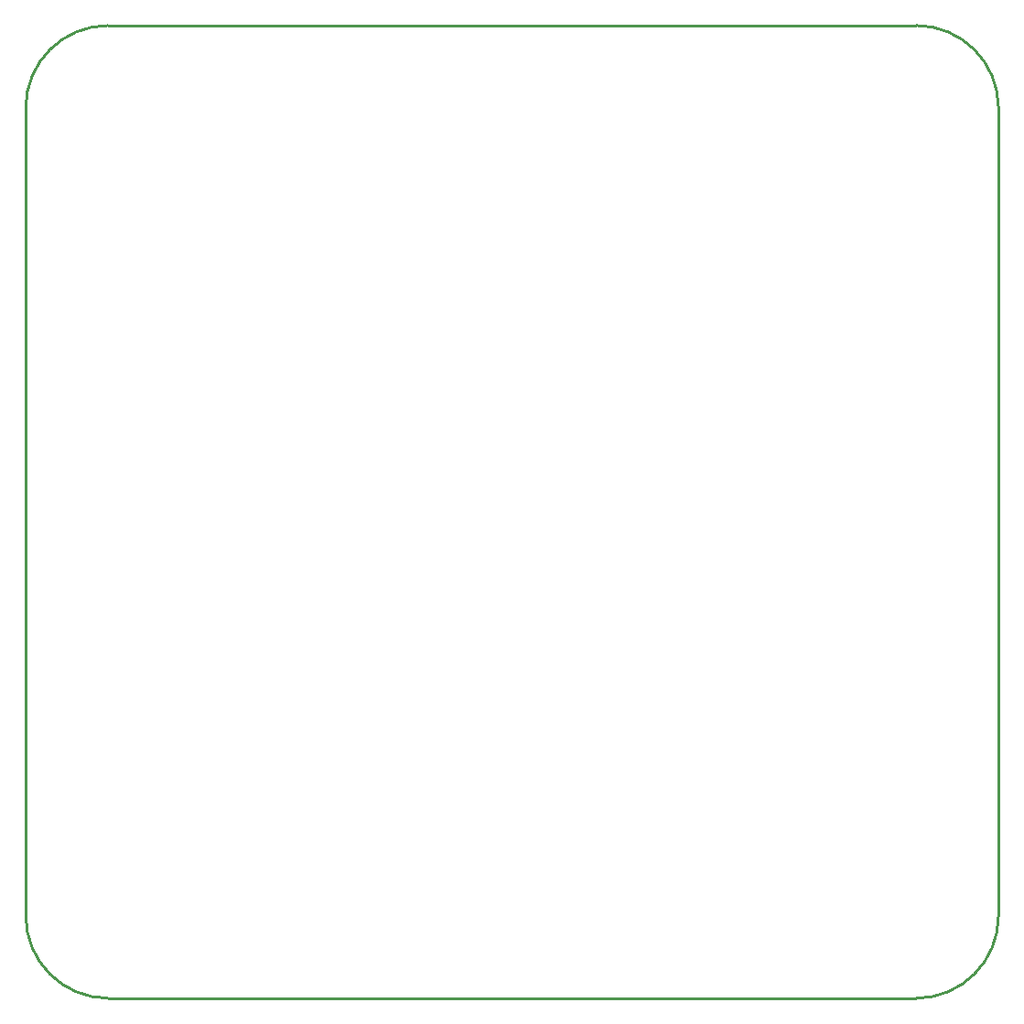
<source format=gm1>
G04*
G04 #@! TF.GenerationSoftware,Altium Limited,Altium Designer,24.0.1 (36)*
G04*
G04 Layer_Color=16711935*
%FSLAX25Y25*%
%MOIN*%
G70*
G04*
G04 #@! TF.SameCoordinates,33EB6A70-A770-4DF6-8785-8125C03B2395*
G04*
G04*
G04 #@! TF.FilePolarity,Positive*
G04*
G01*
G75*
%ADD14C,0.01000*%
D14*
X354331Y323937D02*
G03*
X324331Y353937I-30000J0D01*
G01*
Y-394D02*
G03*
X354331Y29606I0J30000D01*
G01*
X30000Y353937D02*
G03*
X0Y323937I0J-30000D01*
G01*
Y29606D02*
G03*
X30000Y-394I30000J0D01*
G01*
X324331D01*
X30000Y353937D02*
X324331D01*
X354331Y29606D02*
Y323937D01*
X0Y29606D02*
Y323937D01*
M02*

</source>
